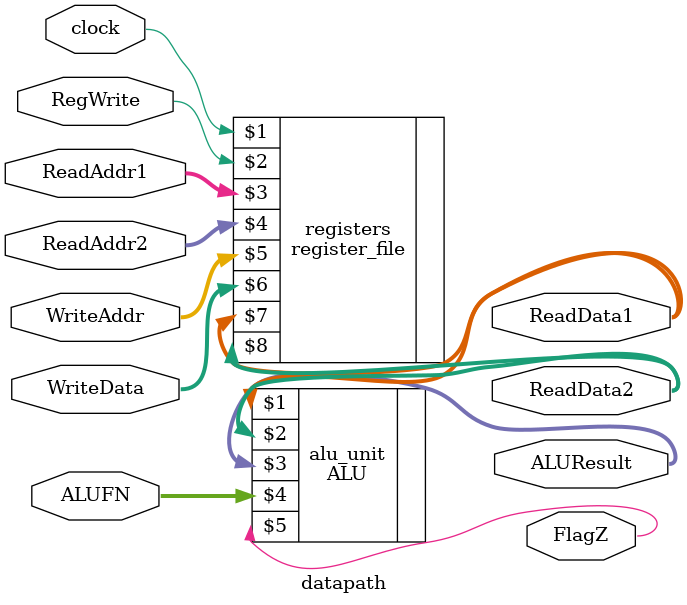
<source format=sv>
`timescale 1ns / 1ps
`default_nettype none


module datapath #(             
   parameter Nloc = 32,        
   parameter Dbits = 8         
)(
   input wire clock,
   input wire RegWrite,
   input wire [$clog2(Nloc)-1 : 0] ReadAddr1,
   input wire [$clog2(Nloc)-1 : 0] ReadAddr2,
   input wire [$clog2(Nloc)-1 : 0] WriteAddr,
   input wire [4:0] ALUFN,
   input wire [Dbits-1 : 0] WriteData,		
   output wire [Dbits-1 : 0] ReadData1,
   output wire [Dbits-1 : 0] ReadData2,
   output wire [Dbits-1 : 0] ALUResult,
   output wire FlagZ
   );

	register_file #(Nloc, Dbits) registers(clock, RegWrite, ReadAddr1, ReadAddr2, WriteAddr, WriteData, ReadData1, ReadData2);
	ALU #(Dbits) alu_unit(ReadData1, ReadData2, ALUResult, ALUFN, FlagZ);

endmodule

</source>
